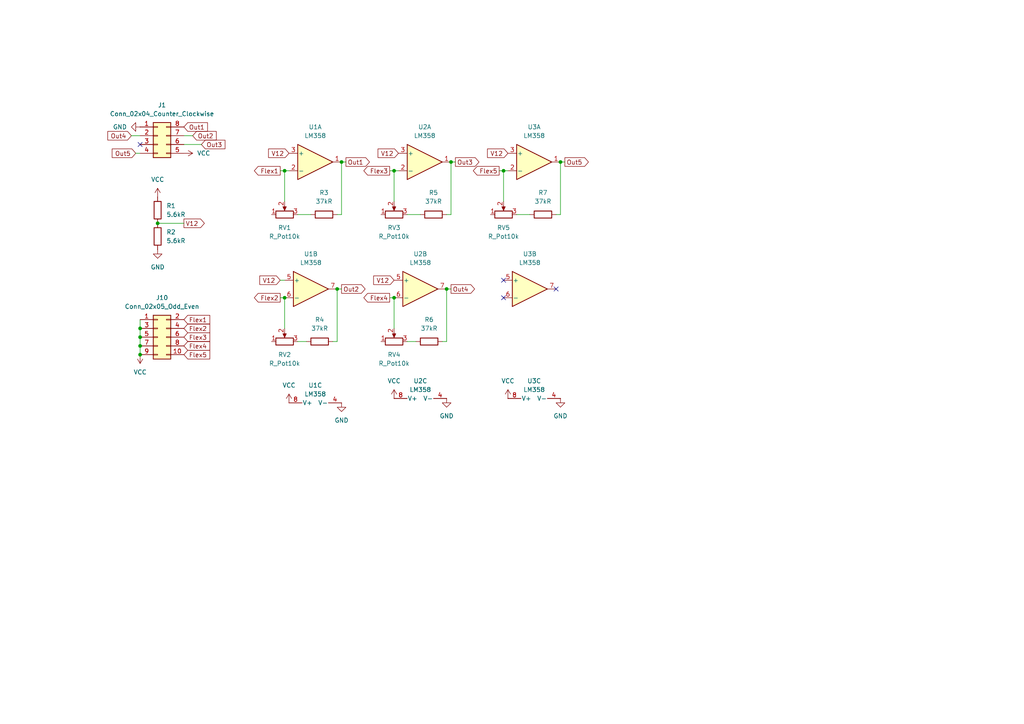
<source format=kicad_sch>
(kicad_sch (version 20231120) (generator "eeschema") (generator_version "8.0")
  (paper "A4")
  (lib_symbols
    (symbol "Amplifier_Operational:LM358" (pin_names (offset 0.127))
      (property "Reference" "U" (at 0 5.08 0))
      (property "Value" "LM358" (at 0 -5.08 0))
      (symbol "LM358_1_1"
        (polyline (pts (xy -5.08 5.08) (xy 5.08 0) (xy -5.08 -5.08) (xy -5.08 5.08)) (stroke (width 0.254)) (fill (type background)))
        (pin output line (at 7.62 0 180) (length 2.54) (name "~") (number "1"))
        (pin input line (at -7.62 -2.54 0) (length 2.54) (name "-") (number "2"))
        (pin input line (at -7.62 2.54 0) (length 2.54) (name "+") (number "3"))
      )
      (symbol "LM358_2_1"
        (polyline (pts (xy -5.08 5.08) (xy 5.08 0) (xy -5.08 -5.08) (xy -5.08 5.08)) (stroke (width 0.254)) (fill (type background)))
        (pin input line (at -7.62 2.54 0) (length 2.54) (name "+") (number "5"))
        (pin input line (at -7.62 -2.54 0) (length 2.54) (name "-") (number "6"))
        (pin output line (at 7.62 0 180) (length 2.54) (name "~") (number "7"))
      )
      (symbol "LM358_3_1"
        (pin power_in line (at -2.54 -7.62 90) (length 3.81) (name "V-") (number "4"))
        (pin power_in line (at -2.54 7.62 270) (length 3.81) (name "V+") (number "8"))
      )
    )
    (symbol "Connector_Generic:Conn_02x04_Counter_Clockwise" (pin_names (offset 1.016) hide)
      (property "Reference" "J" (at 1.27 5.08 0))
      (property "Value" "Conn_02x04_Counter_Clockwise" (at 1.27 -7.62 0))
      (symbol "Conn_02x04_Counter_Clockwise_1_1"
        (rectangle (start -1.27 -4.953) (end 0 -5.207) (stroke (width 0.1524)))
        (rectangle (start -1.27 -2.413) (end 0 -2.667) (stroke (width 0.1524)))
        (rectangle (start -1.27 0.127) (end 0 -0.127) (stroke (width 0.1524)))
        (rectangle (start -1.27 2.667) (end 0 2.413) (stroke (width 0.1524)))
        (rectangle (start -1.27 3.81) (end 3.81 -6.35) (stroke (width 0.254)) (fill (type background)))
        (rectangle (start 3.81 -4.953) (end 2.54 -5.207) (stroke (width 0.1524)))
        (rectangle (start 3.81 -2.413) (end 2.54 -2.667) (stroke (width 0.1524)))
        (rectangle (start 3.81 0.127) (end 2.54 -0.127) (stroke (width 0.1524)))
        (rectangle (start 3.81 2.667) (end 2.54 2.413) (stroke (width 0.1524)))
        (pin passive line (at -5.08 2.54 0) (length 3.81) (name "Pin_1") (number "1"))
        (pin passive line (at -5.08 0 0) (length 3.81) (name "Pin_2") (number "2"))
        (pin passive line (at -5.08 -2.54 0) (length 3.81) (name "Pin_3") (number "3"))
        (pin passive line (at -5.08 -5.08 0) (length 3.81) (name "Pin_4") (number "4"))
        (pin passive line (at 7.62 -5.08 180) (length 3.81) (name "Pin_5") (number "5"))
        (pin passive line (at 7.62 -2.54 180) (length 3.81) (name "Pin_6") (number "6"))
        (pin passive line (at 7.62 0 180) (length 3.81) (name "Pin_7") (number "7"))
        (pin passive line (at 7.62 2.54 180) (length 3.81) (name "Pin_8") (number "8"))
      )
    )
    (symbol "Connector_Generic:Conn_02x05_Odd_Even" (pin_names (offset 1.016) hide)
      (property "Reference" "J" (at 1.27 7.62 0))
      (property "Value" "Conn_02x05_Odd_Even" (at 1.27 -7.62 0))
      (symbol "Conn_02x05_Odd_Even_1_1"
        (rectangle (start -1.27 -4.953) (end 0 -5.207) (stroke (width 0.1524)))
        (rectangle (start -1.27 -2.413) (end 0 -2.667) (stroke (width 0.1524)))
        (rectangle (start -1.27 0.127) (end 0 -0.127) (stroke (width 0.1524)))
        (rectangle (start -1.27 2.667) (end 0 2.413) (stroke (width 0.1524)))
        (rectangle (start -1.27 5.207) (end 0 4.953) (stroke (width 0.1524)))
        (rectangle (start -1.27 6.35) (end 3.81 -6.35) (stroke (width 0.254)) (fill (type background)))
        (rectangle (start 3.81 -4.953) (end 2.54 -5.207) (stroke (width 0.1524)))
        (rectangle (start 3.81 -2.413) (end 2.54 -2.667) (stroke (width 0.1524)))
        (rectangle (start 3.81 0.127) (end 2.54 -0.127) (stroke (width 0.1524)))
        (rectangle (start 3.81 2.667) (end 2.54 2.413) (stroke (width 0.1524)))
        (rectangle (start 3.81 5.207) (end 2.54 4.953) (stroke (width 0.1524)))
        (pin passive line (at -5.08 5.08 0) (length 3.81) (name "Pin_1") (number "1"))
        (pin passive line (at 7.62 -5.08 180) (length 3.81) (name "Pin_10") (number "10"))
        (pin passive line (at 7.62 5.08 180) (length 3.81) (name "Pin_2") (number "2"))
        (pin passive line (at -5.08 2.54 0) (length 3.81) (name "Pin_3") (number "3"))
        (pin passive line (at 7.62 2.54 180) (length 3.81) (name "Pin_4") (number "4"))
        (pin passive line (at -5.08 0 0) (length 3.81) (name "Pin_5") (number "5"))
        (pin passive line (at 7.62 0 180) (length 3.81) (name "Pin_6") (number "6"))
        (pin passive line (at -5.08 -2.54 0) (length 3.81) (name "Pin_7") (number "7"))
        (pin passive line (at 7.62 -2.54 180) (length 3.81) (name "Pin_8") (number "8"))
        (pin passive line (at -5.08 -5.08 0) (length 3.81) (name "Pin_9") (number "9"))
      )
    )
    (symbol "Device:R" (pin_numbers hide) (pin_names (offset 0))
      (property "Reference" "R" (at 2.032 0 90))
      (property "Value" "R" (at 0 0 90))
      (symbol "R_0_1"
        (rectangle (start -1.016 -2.54) (end 1.016 2.54) (stroke (width 0.254)))
      )
      (symbol "R_1_1"
        (pin passive line (at 0 3.81 270) (length 1.27) (name "~") (number "1"))
        (pin passive line (at 0 -3.81 90) (length 1.27) (name "~") (number "2"))
      )
    )
    (symbol "Device:R_Potentiometer" (pin_names (offset 1.016) hide)
      (property "Reference" "RV" (at -4.445 0 90))
      (property "Value" "R_Potentiometer" (at -2.54 0 90))
      (symbol "R_Potentiometer_0_1"
        (polyline (pts (xy 2.54 0) (xy 1.524 0)))
        (polyline (pts (xy 1.143 0) (xy 2.286 0.508) (xy 2.286 -0.508) (xy 1.143 0)) (fill (type outline)))
        (rectangle (start 1.016 2.54) (end -1.016 -2.54) (stroke (width 0.254)))
      )
      (symbol "R_Potentiometer_1_1"
        (pin passive line (at 0 3.81 270) (length 1.27) (name "1") (number "1"))
        (pin passive line (at 3.81 0 180) (length 1.27) (name "2") (number "2"))
        (pin passive line (at 0 -3.81 90) (length 1.27) (name "3") (number "3"))
      )
    )
    (symbol "power:GND" (power) (pin_numbers hide) (pin_names (offset 0) hide)
      (property "Value" "GND" (at 0 -3.81 0))
      (symbol "GND_0_1"
        (polyline (pts (xy 0 0) (xy 0 -1.27) (xy 1.27 -1.27) (xy 0 -2.54) (xy -1.27 -1.27) (xy 0 -1.27)))
      )
      (symbol "GND_1_1"
        (pin power_in line (at 0 0 270) (length 0) (name "~") (number "1"))
      )
    )
    (symbol "power:VCC" (power) (pin_numbers hide) (pin_names (offset 0) hide)
      (property "Value" "VCC" (at 0 3.556 0))
      (symbol "VCC_0_1"
        (polyline (pts (xy -0.762 1.27) (xy 0 2.54)))
        (polyline (pts (xy 0 0) (xy 0 2.54)))
        (polyline (pts (xy 0 2.54) (xy 0.762 1.27)))
      )
      (symbol "VCC_1_1"
        (pin power_in line (at 0 0 90) (length 0) (name "~") (number "1"))
      )
    )
  )
  (junction (at 146.05 49.53))
  (junction (at 129.54 83.82))
  (junction (at 40.64 100.33))
  (junction (at 40.64 95.25))
  (junction (at 40.64 97.79))
  (junction (at 82.55 86.36))
  (junction (at 99.06 46.99))
  (junction (at 162.56 46.99))
  (junction (at 97.79 83.82))
  (junction (at 130.81 46.99))
  (junction (at 40.64 102.87))
  (junction (at 114.3 49.53))
  (junction (at 114.3 86.36))
  (junction (at 82.55 49.53))
  (junction (at 45.72 64.77))
  (no_connect (at 146.05 86.36))
  (no_connect (at 146.05 81.28))
  (no_connect (at 161.29 83.82))
  (no_connect (at 40.64 41.91))
  (wire (pts (xy 130.81 62.23) (xy 129.54 62.23)))
  (wire (pts (xy 82.55 49.53) (xy 82.55 58.42)))
  (wire (pts (xy 40.64 95.25) (xy 40.64 97.79)))
  (wire (pts (xy 38.1 39.37) (xy 40.64 39.37)))
  (wire (pts (xy 129.54 99.06) (xy 129.54 83.82)))
  (wire (pts (xy 81.28 49.53) (xy 82.55 49.53)))
  (wire (pts (xy 86.36 62.23) (xy 90.17 62.23)))
  (wire (pts (xy 97.79 99.06) (xy 97.79 83.82)))
  (wire (pts (xy 53.34 64.77) (xy 45.72 64.77)))
  (wire (pts (xy 40.64 100.33) (xy 40.64 102.87)))
  (wire (pts (xy 114.3 49.53) (xy 115.57 49.53)))
  (wire (pts (xy 114.3 49.53) (xy 114.3 58.42)))
  (wire (pts (xy 118.11 62.23) (xy 121.92 62.23)))
  (wire (pts (xy 100.33 46.99) (xy 99.06 46.99)))
  (wire (pts (xy 149.86 62.23) (xy 153.67 62.23)))
  (wire (pts (xy 113.03 49.53) (xy 114.3 49.53)))
  (wire (pts (xy 96.52 99.06) (xy 97.79 99.06)))
  (wire (pts (xy 40.64 92.71) (xy 40.64 95.25)))
  (wire (pts (xy 86.36 99.06) (xy 88.9 99.06)))
  (wire (pts (xy 53.34 41.91) (xy 58.42 41.91)))
  (wire (pts (xy 162.56 62.23) (xy 161.29 62.23)))
  (wire (pts (xy 53.34 39.37) (xy 55.88 39.37)))
  (wire (pts (xy 40.64 97.79) (xy 40.64 100.33)))
  (wire (pts (xy 130.81 83.82) (xy 129.54 83.82)))
  (wire (pts (xy 132.08 46.99) (xy 130.81 46.99)))
  (wire (pts (xy 162.56 46.99) (xy 162.56 62.23)))
  (wire (pts (xy 99.06 62.23) (xy 97.79 62.23)))
  (wire (pts (xy 114.3 86.36) (xy 114.3 95.25)))
  (wire (pts (xy 39.37 44.45) (xy 40.64 44.45)))
  (wire (pts (xy 81.28 81.28) (xy 82.55 81.28)))
  (wire (pts (xy 82.55 49.53) (xy 83.82 49.53)))
  (wire (pts (xy 118.11 99.06) (xy 120.65 99.06)))
  (wire (pts (xy 82.55 86.36) (xy 82.55 95.25)))
  (wire (pts (xy 128.27 99.06) (xy 129.54 99.06)))
  (wire (pts (xy 146.05 49.53) (xy 147.32 49.53)))
  (wire (pts (xy 163.83 46.99) (xy 162.56 46.99)))
  (wire (pts (xy 144.78 49.53) (xy 146.05 49.53)))
  (wire (pts (xy 146.05 49.53) (xy 146.05 58.42)))
  (wire (pts (xy 99.06 46.99) (xy 99.06 62.23)))
  (wire (pts (xy 113.03 86.36) (xy 114.3 86.36)))
  (wire (pts (xy 99.06 83.82) (xy 97.79 83.82)))
  (wire (pts (xy 130.81 46.99) (xy 130.81 62.23)))
  (wire (pts (xy 81.28 86.36) (xy 82.55 86.36)))
  (global_label "Flex5" (shape input) (at 53.34 102.87 0) (property "Intersheetrefs" "${INTERSHEET_REFS}" (effects (hide yes))))
  (global_label "Out5" (shape output) (at 163.83 46.99 0) (property "Intersheetrefs" "${INTERSHEET_REFS}" (effects (hide yes))))
  (global_label "Flex4" (shape output) (at 113.03 86.36 180) (property "Intersheetrefs" "${INTERSHEET_REFS}" (effects (hide yes))))
  (global_label "Out2" (shape input) (at 55.88 39.37 0) (property "Intersheetrefs" "${INTERSHEET_REFS}" (effects (hide yes))))
  (global_label "V12" (shape input) (at 83.82 44.45 180) (property "Intersheetrefs" "${INTERSHEET_REFS}" (effects (hide yes))))
  (global_label "V12" (shape input) (at 115.57 44.45 180) (property "Intersheetrefs" "${INTERSHEET_REFS}" (effects (hide yes))))
  (global_label "V12" (shape output) (at 53.34 64.77 0) (property "Intersheetrefs" "${INTERSHEET_REFS}" (effects (hide yes))))
  (global_label "Out5" (shape input) (at 39.37 44.45 180) (property "Intersheetrefs" "${INTERSHEET_REFS}" (effects (hide yes))))
  (global_label "Out1" (shape output) (at 100.33 46.99 0) (property "Intersheetrefs" "${INTERSHEET_REFS}" (effects (hide yes))))
  (global_label "Out3" (shape output) (at 132.08 46.99 0) (property "Intersheetrefs" "${INTERSHEET_REFS}" (effects (hide yes))))
  (global_label "Out1" (shape input) (at 53.34 36.83 0) (property "Intersheetrefs" "${INTERSHEET_REFS}" (effects (hide yes))))
  (global_label "Out4" (shape input) (at 38.1 39.37 180) (property "Intersheetrefs" "${INTERSHEET_REFS}" (effects (hide yes))))
  (global_label "Out3" (shape input) (at 58.42 41.91 0) (property "Intersheetrefs" "${INTERSHEET_REFS}" (effects (hide yes))))
  (global_label "Out4" (shape output) (at 130.81 83.82 0) (property "Intersheetrefs" "${INTERSHEET_REFS}" (effects (hide yes))))
  (global_label "Out2" (shape output) (at 99.06 83.82 0) (property "Intersheetrefs" "${INTERSHEET_REFS}" (effects (hide yes))))
  (global_label "Flex3" (shape output) (at 113.03 49.53 180) (property "Intersheetrefs" "${INTERSHEET_REFS}" (effects (hide yes))))
  (global_label "Flex1" (shape input) (at 53.34 92.71 0) (property "Intersheetrefs" "${INTERSHEET_REFS}" (effects (hide yes))))
  (global_label "Flex2" (shape output) (at 81.28 86.36 180) (property "Intersheetrefs" "${INTERSHEET_REFS}" (effects (hide yes))))
  (global_label "Flex1" (shape output) (at 81.28 49.53 180) (property "Intersheetrefs" "${INTERSHEET_REFS}" (effects (hide yes))))
  (global_label "Flex5" (shape output) (at 144.78 49.53 180) (property "Intersheetrefs" "${INTERSHEET_REFS}" (effects (hide yes))))
  (global_label "V12" (shape input) (at 147.32 44.45 180) (property "Intersheetrefs" "${INTERSHEET_REFS}" (effects (hide yes))))
  (global_label "V12" (shape input) (at 114.3 81.28 180) (property "Intersheetrefs" "${INTERSHEET_REFS}" (effects (hide yes))))
  (global_label "Flex2" (shape input) (at 53.34 95.25 0) (property "Intersheetrefs" "${INTERSHEET_REFS}" (effects (hide yes))))
  (global_label "Flex4" (shape input) (at 53.34 100.33 0) (property "Intersheetrefs" "${INTERSHEET_REFS}" (effects (hide yes))))
  (global_label "Flex3" (shape input) (at 53.34 97.79 0) (property "Intersheetrefs" "${INTERSHEET_REFS}" (effects (hide yes))))
  (global_label "V12" (shape input) (at 81.28 81.28 180) (property "Intersheetrefs" "${INTERSHEET_REFS}" (effects (hide yes))))
  (symbol (lib_id "Device:R_Potentiometer") (at 114.3 62.23 90) (unit 1)
    (property "Reference" "RV3" (at 114.3 66.04 90))
    (property "Value" "R_Pot10k" (at 114.3 68.58 90))
    (property "Footprint" "Potentiometer_THT:Potentiometer_ACP_CA9-V10_Vertical" (effects (hide yes)))
    (property "Description" "Potentiometer" (effects (hide yes)))
  )
  (symbol (lib_id "Device:R_Potentiometer") (at 146.05 62.23 90) (unit 1)
    (property "Reference" "RV5" (at 146.05 66.04 90))
    (property "Value" "R_Pot10k" (at 146.05 68.58 90))
    (property "Footprint" "Potentiometer_THT:Potentiometer_ACP_CA9-V10_Vertical" (effects (hide yes)))
    (property "Description" "Potentiometer" (effects (hide yes)))
  )
  (symbol (lib_id "Device:R") (at 157.48 62.23 270) (unit 1)
    (property "Reference" "R7" (at 157.48 55.88 90))
    (property "Value" "37kR" (at 157.48 58.42 90))
    (property "Footprint" "Resistor_THT:R_Axial_DIN0207_L6.3mm_D2.5mm_P10.16mm_Horizontal" (effects (hide yes)))
    (property "Description" "Resistor" (effects (hide yes)))
  )
  (symbol (lib_id "Amplifier_Operational:LM358") (at 121.92 113.03 90) (unit 3)
    (property "Reference" "U2" (at 121.92 110.49 90))
    (property "Value" "LM358" (at 121.92 113.03 90))
    (property "Footprint" "Package_DIP:DIP-8_W7.62mm" (effects (hide yes)))
    (property "Datasheet" "http://www.ti.com/lit/ds/symlink/lm2904-n.pdf" (effects (hide yes)))
    (property "Description" "Low-Power, Dual Operational Amplifiers, DIP-8/SOIC-8/TO-99-8" (effects (hide yes)))
  )
  (symbol (lib_id "Device:R") (at 125.73 62.23 270) (unit 1)
    (property "Reference" "R5" (at 125.73 55.88 90))
    (property "Value" "37kR" (at 125.73 58.42 90))
    (property "Footprint" "Resistor_THT:R_Axial_DIN0207_L6.3mm_D2.5mm_P10.16mm_Horizontal" (effects (hide yes)))
    (property "Description" "Resistor" (effects (hide yes)))
  )
  (symbol (lib_id "power:GND") (at 99.06 116.84 0) (unit 1)
    (property "Reference" "#PWR01" (effects (hide yes)))
    (property "Value" "GND" (at 99.06 121.92 0))
    (property "Description" "Power symbol creates a global label with name \"GND\" , ground" (effects (hide yes)))
  )
  (symbol (lib_id "Amplifier_Operational:LM358") (at 121.92 83.82 0) (unit 2)
    (property "Reference" "U2" (at 121.92 73.66 0))
    (property "Value" "LM358" (at 121.92 76.2 0))
    (property "Footprint" "Package_DIP:DIP-8_W7.62mm" (effects (hide yes)))
    (property "Datasheet" "http://www.ti.com/lit/ds/symlink/lm2904-n.pdf" (effects (hide yes)))
    (property "Description" "Low-Power, Dual Operational Amplifiers, DIP-8/SOIC-8/TO-99-8" (effects (hide yes)))
  )
  (symbol (lib_id "Device:R_Potentiometer") (at 82.55 99.06 90) (unit 1)
    (property "Reference" "RV2" (at 82.55 102.87 90))
    (property "Value" "R_Pot10k" (at 82.55 105.41 90))
    (property "Footprint" "Potentiometer_THT:Potentiometer_ACP_CA9-V10_Vertical" (effects (hide yes)))
    (property "Description" "Potentiometer" (effects (hide yes)))
  )
  (symbol (lib_id "power:VCC") (at 83.82 116.84 0) (unit 1)
    (property "Reference" "#PWR02" (effects (hide yes)))
    (property "Value" "VCC" (at 83.82 111.76 0))
    (property "Description" "Power symbol creates a global label with name \"VCC\"" (effects (hide yes)))
  )
  (symbol (lib_id "Device:R") (at 45.72 68.58 0) (unit 1)
    (property "Reference" "R2" (at 48.26 67.3099 0) (effects (justify left)))
    (property "Value" "5.6kR" (at 48.26 69.8499 0) (effects (justify left)))
    (property "Footprint" "Resistor_THT:R_Axial_DIN0207_L6.3mm_D2.5mm_P10.16mm_Horizontal" (effects (hide yes)))
    (property "Description" "Resistor" (effects (hide yes)))
  )
  (symbol (lib_id "Amplifier_Operational:LM358") (at 154.94 113.03 90) (unit 3)
    (property "Reference" "U3" (at 154.94 110.49 90))
    (property "Value" "LM358" (at 154.94 113.03 90))
    (property "Footprint" "Package_DIP:DIP-8_W7.62mm" (effects (hide yes)))
    (property "Datasheet" "http://www.ti.com/lit/ds/symlink/lm2904-n.pdf" (effects (hide yes)))
    (property "Description" "Low-Power, Dual Operational Amplifiers, DIP-8/SOIC-8/TO-99-8" (effects (hide yes)))
  )
  (symbol (lib_id "Amplifier_Operational:LM358") (at 91.44 46.99 0) (unit 1)
    (property "Reference" "U1" (at 91.44 36.83 0))
    (property "Value" "LM358" (at 91.44 39.37 0))
    (property "Footprint" "Package_DIP:DIP-8_W7.62mm" (effects (hide yes)))
    (property "Datasheet" "http://www.ti.com/lit/ds/symlink/lm2904-n.pdf" (effects (hide yes)))
    (property "Description" "Low-Power, Dual Operational Amplifiers, DIP-8/SOIC-8/TO-99-8" (effects (hide yes)))
  )
  (symbol (lib_id "Device:R_Potentiometer") (at 114.3 99.06 90) (unit 1)
    (property "Reference" "RV4" (at 114.3 102.87 90))
    (property "Value" "R_Pot10k" (at 114.3 105.41 90))
    (property "Footprint" "Potentiometer_THT:Potentiometer_ACP_CA9-V10_Vertical" (effects (hide yes)))
    (property "Description" "Potentiometer" (effects (hide yes)))
  )
  (symbol (lib_id "Device:R") (at 93.98 62.23 270) (unit 1)
    (property "Reference" "R3" (at 93.98 55.88 90))
    (property "Value" "37kR" (at 93.98 58.42 90))
    (property "Footprint" "Resistor_THT:R_Axial_DIN0207_L6.3mm_D2.5mm_P10.16mm_Horizontal" (effects (hide yes)))
    (property "Description" "Resistor" (effects (hide yes)))
  )
  (symbol (lib_id "power:GND") (at 129.54 115.57 0) (unit 1)
    (property "Reference" "#PWR07" (effects (hide yes)))
    (property "Value" "GND" (at 129.54 120.65 0))
    (property "Description" "Power symbol creates a global label with name \"GND\" , ground" (effects (hide yes)))
  )
  (symbol (lib_id "Amplifier_Operational:LM358") (at 154.94 46.99 0) (unit 1)
    (property "Reference" "U3" (at 154.94 36.83 0))
    (property "Value" "LM358" (at 154.94 39.37 0))
    (property "Footprint" "Package_DIP:DIP-8_W7.62mm" (effects (hide yes)))
    (property "Datasheet" "http://www.ti.com/lit/ds/symlink/lm2904-n.pdf" (effects (hide yes)))
    (property "Description" "Low-Power, Dual Operational Amplifiers, DIP-8/SOIC-8/TO-99-8" (effects (hide yes)))
  )
  (symbol (lib_id "power:VCC") (at 114.3 115.57 0) (unit 1)
    (property "Reference" "#PWR05" (effects (hide yes)))
    (property "Value" "VCC" (at 114.3 110.49 0))
    (property "Description" "Power symbol creates a global label with name \"VCC\"" (effects (hide yes)))
  )
  (symbol (lib_id "Amplifier_Operational:LM358") (at 90.17 83.82 0) (unit 2)
    (property "Reference" "U1" (at 90.17 73.66 0))
    (property "Value" "LM358" (at 90.17 76.2 0))
    (property "Footprint" "Package_DIP:DIP-8_W7.62mm" (effects (hide yes)))
    (property "Datasheet" "http://www.ti.com/lit/ds/symlink/lm2904-n.pdf" (effects (hide yes)))
    (property "Description" "Low-Power, Dual Operational Amplifiers, DIP-8/SOIC-8/TO-99-8" (effects (hide yes)))
  )
  (symbol (lib_id "power:VCC") (at 53.34 44.45 270) (unit 1)
    (property "Reference" "#PWR010" (effects (hide yes)))
    (property "Value" "VCC" (at 57.15 44.4499 90) (effects (justify left)))
    (property "Description" "Power symbol creates a global label with name \"VCC\"" (effects (hide yes)))
  )
  (symbol (lib_id "Device:R") (at 45.72 60.96 0) (unit 1)
    (property "Reference" "R1" (at 48.26 59.6899 0) (effects (justify left)))
    (property "Value" "5.6kR" (at 48.26 62.2299 0) (effects (justify left)))
    (property "Footprint" "Resistor_THT:R_Axial_DIN0207_L6.3mm_D2.5mm_P10.16mm_Horizontal" (effects (hide yes)))
    (property "Description" "Resistor" (effects (hide yes)))
  )
  (symbol (lib_id "power:VCC") (at 40.64 102.87 180) (unit 1)
    (property "Reference" "#PWR06" (effects (hide yes)))
    (property "Value" "VCC" (at 40.64 107.95 0))
    (property "Description" "Power symbol creates a global label with name \"VCC\"" (effects (hide yes)))
  )
  (symbol (lib_id "Amplifier_Operational:LM358") (at 91.44 114.3 90) (unit 3)
    (property "Reference" "U1" (at 91.44 111.76 90))
    (property "Value" "LM358" (at 91.44 114.3 90))
    (property "Footprint" "Package_DIP:DIP-8_W7.62mm" (effects (hide yes)))
    (property "Datasheet" "http://www.ti.com/lit/ds/symlink/lm2904-n.pdf" (effects (hide yes)))
    (property "Description" "Low-Power, Dual Operational Amplifiers, DIP-8/SOIC-8/TO-99-8" (effects (hide yes)))
  )
  (symbol (lib_id "Device:R") (at 124.46 99.06 270) (unit 1)
    (property "Reference" "R6" (at 124.46 92.71 90))
    (property "Value" "37kR" (at 124.46 95.25 90))
    (property "Footprint" "Resistor_THT:R_Axial_DIN0207_L6.3mm_D2.5mm_P10.16mm_Horizontal" (effects (hide yes)))
    (property "Description" "Resistor" (effects (hide yes)))
  )
  (symbol (lib_id "power:VCC") (at 147.32 115.57 0) (unit 1)
    (property "Reference" "#PWR08" (effects (hide yes)))
    (property "Value" "VCC" (at 147.32 110.49 0))
    (property "Description" "Power symbol creates a global label with name \"VCC\"" (effects (hide yes)))
  )
  (symbol (lib_id "Amplifier_Operational:LM358") (at 123.19 46.99 0) (unit 1)
    (property "Reference" "U2" (at 123.19 36.83 0))
    (property "Value" "LM358" (at 123.19 39.37 0))
    (property "Footprint" "Package_DIP:DIP-8_W7.62mm" (effects (hide yes)))
    (property "Datasheet" "http://www.ti.com/lit/ds/symlink/lm2904-n.pdf" (effects (hide yes)))
    (property "Description" "Low-Power, Dual Operational Amplifiers, DIP-8/SOIC-8/TO-99-8" (effects (hide yes)))
  )
  (symbol (lib_id "power:GND") (at 162.56 115.57 0) (unit 1)
    (property "Reference" "#PWR09" (effects (hide yes)))
    (property "Value" "GND" (at 162.56 120.65 0))
    (property "Description" "Power symbol creates a global label with name \"GND\" , ground" (effects (hide yes)))
  )
  (symbol (lib_id "Device:R_Potentiometer") (at 82.55 62.23 90) (unit 1)
    (property "Reference" "RV1" (at 82.55 66.04 90))
    (property "Value" "R_Pot10k" (at 82.55 68.58 90))
    (property "Footprint" "Potentiometer_THT:Potentiometer_ACP_CA9-V10_Vertical" (effects (hide yes)))
    (property "Description" "Potentiometer" (effects (hide yes)))
  )
  (symbol (lib_id "Connector_Generic:Conn_02x05_Odd_Even") (at 45.72 97.79 0) (unit 1)
    (property "Reference" "J10" (at 46.99 86.36 0))
    (property "Value" "Conn_02x05_Odd_Even" (at 46.99 88.9 0))
    (property "Footprint" "Connector_JST:JST_PHD_B10B-PHDSS_2x05_P2.00mm_Vertical" (effects (hide yes)))
    (property "Description" "Connector for flex sensors" (effects (hide yes)))
  )
  (symbol (lib_id "power:GND") (at 40.64 36.83 270) (unit 1)
    (property "Reference" "#PWR011" (effects (hide yes)))
    (property "Value" "GND" (at 36.83 36.8299 90) (effects (justify right)))
    (property "Description" "Power symbol creates a global label with name \"GND\" , ground" (effects (hide yes)))
  )
  (symbol (lib_id "Connector_Generic:Conn_02x04_Counter_Clockwise") (at 45.72 39.37 0) (unit 1)
    (property "Reference" "J1" (at 46.99 30.48 0))
    (property "Value" "Conn_02x04_Counter_Clockwise" (at 46.99 33.02 0))
    (property "Footprint" "Connector_JST:JST_PHD_B8B-PHDSS_2x04_P2.00mm_Vertical" (effects (hide yes)))
    (property "Description" "Generic connector, double row, 02x04, counter clockwise pin numbering scheme (similar to DIP package numbering), script generated (kicad-library-utils/schlib/autogen/connector/)" (effects (hide yes)))
  )
  (symbol (lib_id "power:VCC") (at 45.72 57.15 0) (unit 1)
    (property "Reference" "#PWR03" (effects (hide yes)))
    (property "Value" "VCC" (at 45.72 52.07 0))
    (property "Description" "Power symbol creates a global label with name \"VCC\"" (effects (hide yes)))
  )
  (symbol (lib_id "power:GND") (at 45.72 72.39 0) (unit 1)
    (property "Reference" "#PWR04" (effects (hide yes)))
    (property "Value" "GND" (at 45.72 77.47 0))
    (property "Description" "Power symbol creates a global label with name \"GND\" , ground" (effects (hide yes)))
  )
  (symbol (lib_id "Device:R") (at 92.71 99.06 270) (unit 1)
    (property "Reference" "R4" (at 92.71 92.71 90))
    (property "Value" "37kR" (at 92.71 95.25 90))
    (property "Footprint" "Resistor_THT:R_Axial_DIN0207_L6.3mm_D2.5mm_P10.16mm_Horizontal" (effects (hide yes)))
    (property "Description" "Resistor" (effects (hide yes)))
  )
  (symbol (lib_id "Amplifier_Operational:LM358") (at 153.67 83.82 0) (unit 2)
    (property "Reference" "U3" (at 153.67 73.66 0))
    (property "Value" "LM358" (at 153.67 76.2 0))
    (property "Footprint" "Package_DIP:DIP-8_W7.62mm" (effects (hide yes)))
    (property "Datasheet" "http://www.ti.com/lit/ds/symlink/lm2904-n.pdf" (effects (hide yes)))
    (property "Description" "Low-Power, Dual Operational Amplifiers, DIP-8/SOIC-8/TO-99-8" (effects (hide yes)))
  )
)
</source>
